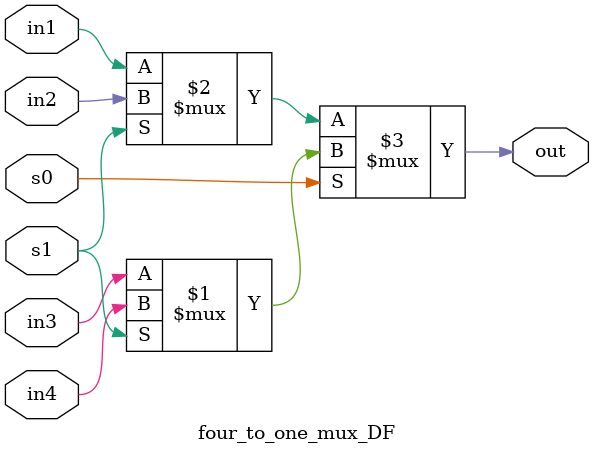
<source format=v>
`timescale 1ns / 1ps

`define METHOD1;

module four_to_one_mux_DF(
input in1, in2, in3, in4, s0, s1, 
output out
    );
    
    `ifdef METHOD1
    // Data Flow Modeling of Four to One Mux
    assign out = s0 ? (s1?in4:in3): (s1?in2:in1);
    `endif 
    // Data Flow Modeling using Logic Equation   
//   assign out = (in1 & ~s1 & ~s0) |
//             (in2 & s1 &  ~s0) |
//             (in3 &  ~s1 & s0) |
//             (in4 &  s1 &  s0);
             

endmodule

</source>
